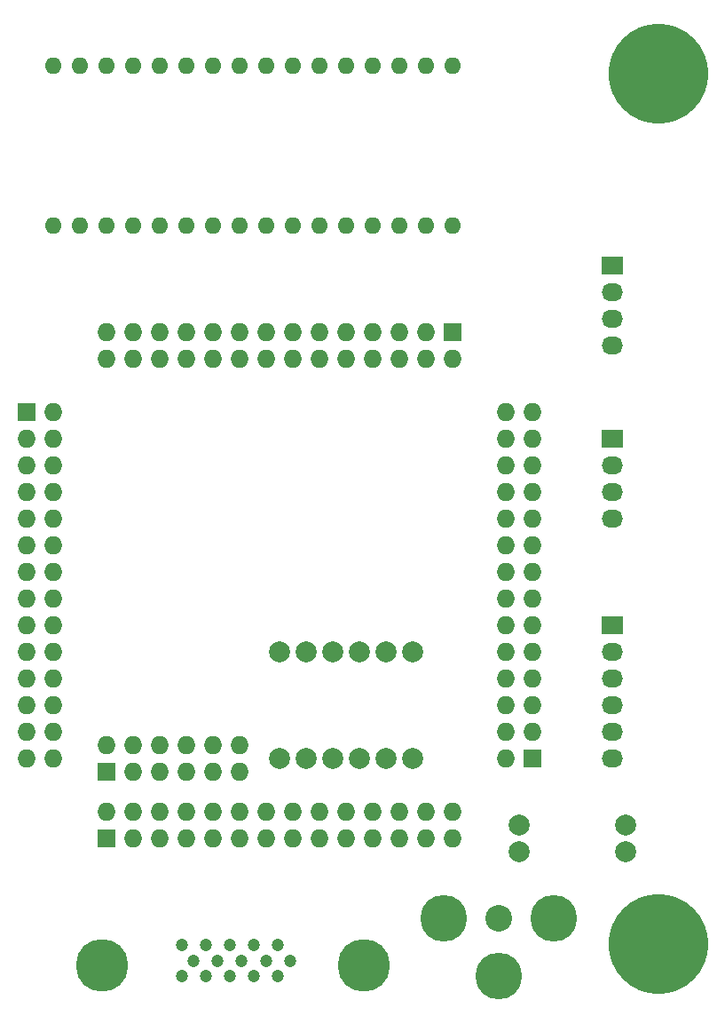
<source format=gbs>
G04 #@! TF.FileFunction,Soldermask,Bot*
%FSLAX46Y46*%
G04 Gerber Fmt 4.6, Leading zero omitted, Abs format (unit mm)*
G04 Created by KiCad (PCBNEW (after 2015-mar-04 BZR unknown)-product) date 11/23/2016 1:26:53 PM*
%MOMM*%
G01*
G04 APERTURE LIST*
%ADD10C,0.150000*%
%ADD11C,9.525000*%
%ADD12R,1.727200X1.727200*%
%ADD13O,1.727200X1.727200*%
%ADD14O,1.600000X1.600000*%
%ADD15C,1.998980*%
%ADD16C,5.001260*%
%ADD17C,1.198880*%
%ADD18R,2.032000X1.727200*%
%ADD19O,2.032000X1.727200*%
%ADD20C,4.445000*%
%ADD21C,2.540000*%
G04 APERTURE END LIST*
D10*
D11*
X73000000Y-16000000D03*
X73000000Y-99000000D03*
D12*
X20320000Y-88900000D03*
D13*
X20320000Y-86360000D03*
X22860000Y-88900000D03*
X22860000Y-86360000D03*
X25400000Y-88900000D03*
X25400000Y-86360000D03*
X27940000Y-88900000D03*
X27940000Y-86360000D03*
X30480000Y-88900000D03*
X30480000Y-86360000D03*
X33020000Y-88900000D03*
X33020000Y-86360000D03*
X35560000Y-88900000D03*
X35560000Y-86360000D03*
X38100000Y-88900000D03*
X38100000Y-86360000D03*
X40640000Y-88900000D03*
X40640000Y-86360000D03*
X43180000Y-88900000D03*
X43180000Y-86360000D03*
X45720000Y-88900000D03*
X45720000Y-86360000D03*
X48260000Y-88900000D03*
X48260000Y-86360000D03*
X50800000Y-88900000D03*
X50800000Y-86360000D03*
X53340000Y-88900000D03*
X53340000Y-86360000D03*
D12*
X60960000Y-81280000D03*
D13*
X58420000Y-81280000D03*
X60960000Y-78740000D03*
X58420000Y-78740000D03*
X60960000Y-76200000D03*
X58420000Y-76200000D03*
X60960000Y-73660000D03*
X58420000Y-73660000D03*
X60960000Y-71120000D03*
X58420000Y-71120000D03*
X60960000Y-68580000D03*
X58420000Y-68580000D03*
X60960000Y-66040000D03*
X58420000Y-66040000D03*
X60960000Y-63500000D03*
X58420000Y-63500000D03*
X60960000Y-60960000D03*
X58420000Y-60960000D03*
X60960000Y-58420000D03*
X58420000Y-58420000D03*
X60960000Y-55880000D03*
X58420000Y-55880000D03*
X60960000Y-53340000D03*
X58420000Y-53340000D03*
X60960000Y-50800000D03*
X58420000Y-50800000D03*
X60960000Y-48260000D03*
X58420000Y-48260000D03*
D12*
X53340000Y-40640000D03*
D13*
X53340000Y-43180000D03*
X50800000Y-40640000D03*
X50800000Y-43180000D03*
X48260000Y-40640000D03*
X48260000Y-43180000D03*
X45720000Y-40640000D03*
X45720000Y-43180000D03*
X43180000Y-40640000D03*
X43180000Y-43180000D03*
X40640000Y-40640000D03*
X40640000Y-43180000D03*
X38100000Y-40640000D03*
X38100000Y-43180000D03*
X35560000Y-40640000D03*
X35560000Y-43180000D03*
X33020000Y-40640000D03*
X33020000Y-43180000D03*
X30480000Y-40640000D03*
X30480000Y-43180000D03*
X27940000Y-40640000D03*
X27940000Y-43180000D03*
X25400000Y-40640000D03*
X25400000Y-43180000D03*
X22860000Y-40640000D03*
X22860000Y-43180000D03*
X20320000Y-40640000D03*
X20320000Y-43180000D03*
D12*
X12700000Y-48260000D03*
D13*
X15240000Y-48260000D03*
X12700000Y-50800000D03*
X15240000Y-50800000D03*
X12700000Y-53340000D03*
X15240000Y-53340000D03*
X12700000Y-55880000D03*
X15240000Y-55880000D03*
X12700000Y-58420000D03*
X15240000Y-58420000D03*
X12700000Y-60960000D03*
X15240000Y-60960000D03*
X12700000Y-63500000D03*
X15240000Y-63500000D03*
X12700000Y-66040000D03*
X15240000Y-66040000D03*
X12700000Y-68580000D03*
X15240000Y-68580000D03*
X12700000Y-71120000D03*
X15240000Y-71120000D03*
X12700000Y-73660000D03*
X15240000Y-73660000D03*
X12700000Y-76200000D03*
X15240000Y-76200000D03*
X12700000Y-78740000D03*
X15240000Y-78740000D03*
X12700000Y-81280000D03*
X15240000Y-81280000D03*
D14*
X15240000Y-30480000D03*
X17780000Y-30480000D03*
X20320000Y-30480000D03*
X22860000Y-30480000D03*
X25400000Y-30480000D03*
X27940000Y-30480000D03*
X30480000Y-30480000D03*
X33020000Y-30480000D03*
X35560000Y-30480000D03*
X38100000Y-30480000D03*
X40640000Y-30480000D03*
X43180000Y-30480000D03*
X45720000Y-30480000D03*
X48260000Y-30480000D03*
X50800000Y-30480000D03*
X53340000Y-30480000D03*
X53340000Y-15240000D03*
X50800000Y-15240000D03*
X48260000Y-15240000D03*
X45720000Y-15240000D03*
X43180000Y-15240000D03*
X40640000Y-15240000D03*
X38100000Y-15240000D03*
X35560000Y-15240000D03*
X33020000Y-15240000D03*
X30480000Y-15240000D03*
X27940000Y-15240000D03*
X25400000Y-15240000D03*
X22860000Y-15240000D03*
X20320000Y-15240000D03*
X17780000Y-15240000D03*
X15240000Y-15240000D03*
D15*
X49530000Y-81280000D03*
X49530000Y-71120000D03*
X46990000Y-81280000D03*
X46990000Y-71120000D03*
X41910000Y-81280000D03*
X41910000Y-71120000D03*
X44450000Y-81280000D03*
X44450000Y-71120000D03*
X36830000Y-81280000D03*
X36830000Y-71120000D03*
X39370000Y-81280000D03*
X39370000Y-71120000D03*
D16*
X44879260Y-101033580D03*
D17*
X32118300Y-99034600D03*
X34404300Y-99034600D03*
X36695380Y-99034600D03*
X29824680Y-99034600D03*
X27536140Y-99034600D03*
X30970220Y-100533200D03*
X33258760Y-100533200D03*
X35549840Y-100533200D03*
X37840920Y-100533200D03*
D16*
X19890740Y-101033580D03*
D17*
X28679140Y-100533200D03*
X36695380Y-102034340D03*
X34404300Y-102034340D03*
X32115760Y-102031800D03*
X29824680Y-102034340D03*
X27536140Y-102034340D03*
D18*
X68580000Y-34290000D03*
D19*
X68580000Y-36830000D03*
X68580000Y-39370000D03*
X68580000Y-41910000D03*
D18*
X68580000Y-50800000D03*
D19*
X68580000Y-53340000D03*
X68580000Y-55880000D03*
X68580000Y-58420000D03*
D18*
X68580000Y-68580000D03*
D19*
X68580000Y-71120000D03*
X68580000Y-73660000D03*
X68580000Y-76200000D03*
X68580000Y-78740000D03*
X68580000Y-81280000D03*
D20*
X57785000Y-102031800D03*
X63030100Y-96520000D03*
X52539900Y-96520000D03*
D21*
X57785000Y-96520000D03*
D15*
X69850000Y-87630000D03*
X59690000Y-87630000D03*
X69850000Y-90170000D03*
X59690000Y-90170000D03*
D12*
X20320000Y-82550000D03*
D13*
X20320000Y-80010000D03*
X22860000Y-82550000D03*
X22860000Y-80010000D03*
X25400000Y-82550000D03*
X25400000Y-80010000D03*
X27940000Y-82550000D03*
X27940000Y-80010000D03*
X30480000Y-82550000D03*
X30480000Y-80010000D03*
X33020000Y-82550000D03*
X33020000Y-80010000D03*
M02*

</source>
